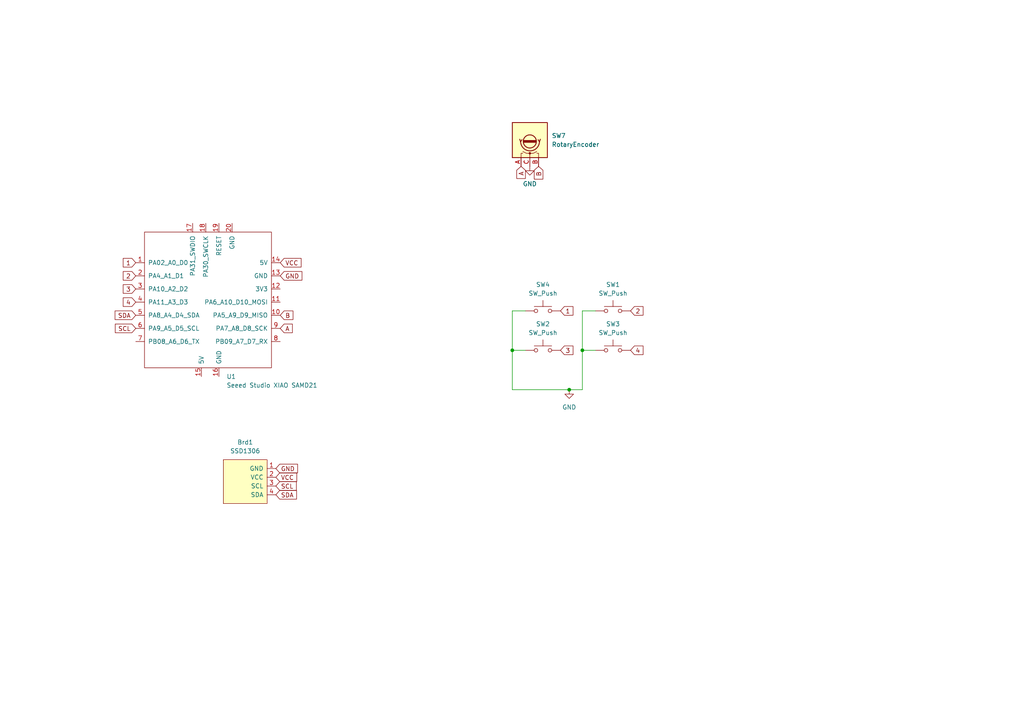
<source format=kicad_sch>
(kicad_sch (version 20231120) (generator "eeschema") (generator_version "8.0")
  (paper "A4")
  (lib_symbols
    (symbol "Device:RotaryEncoder" (pin_names (offset 0.254) hide)
      (property "Reference" "SW" (at 0 6.604 0))
      (property "Value" "RotaryEncoder" (at 0 -6.604 0))
      (symbol "RotaryEncoder_0_1"
        (rectangle (start -5.08 5.08) (end 5.08 -5.08) (stroke (width 0.254)) (fill (type background)))
        (circle (center -3.81 0) (radius 0.254) (fill (type outline)))
        (circle (center -0.381 0) (radius 1.905) (stroke (width 0.254)))
        (arc (start -0.381 2.667) (mid -3.0988 -0.0635) (end -0.381 -2.794) (stroke (width 0.254)))
        (polyline (pts (xy -0.635 -1.778) (xy -0.635 1.778)) (stroke (width 0.254)))
        (polyline (pts (xy -0.381 -1.778) (xy -0.381 1.778)) (stroke (width 0.254)))
        (polyline (pts (xy -0.127 1.778) (xy -0.127 -1.778)) (stroke (width 0.254)))
        (polyline (pts (xy -5.08 -2.54) (xy -3.81 -2.54) (xy -3.81 -2.032)))
        (polyline (pts (xy -5.08 2.54) (xy -3.81 2.54) (xy -3.81 2.032)))
        (polyline (pts (xy 0.254 -3.048) (xy -0.508 -2.794) (xy 0.127 -2.413)) (stroke (width 0.254)))
        (polyline (pts (xy 0.254 2.921) (xy -0.508 2.667) (xy 0.127 2.286)) (stroke (width 0.254)))
        (polyline (pts (xy -5.08 0) (xy -3.81 0) (xy -3.81 -1.016) (xy -3.302 -2.032)))
        (polyline (pts (xy -4.318 0) (xy -3.81 0) (xy -3.81 1.016) (xy -3.302 2.032)))
      )
      (symbol "RotaryEncoder_1_1"
        (pin passive line (at -7.62 2.54 0) (length 2.54) (name "A") (number "A"))
        (pin passive line (at -7.62 -2.54 0) (length 2.54) (name "B") (number "B"))
        (pin passive line (at -7.62 0 0) (length 2.54) (name "C") (number "C"))
      )
    )
    (symbol "SSD1306-128x64_OLED:SSD1306" (pin_names (offset 1.016))
      (property "Reference" "Brd" (at 0 -3.81 0))
      (property "Value" "SSD1306" (at 0 -1.27 0))
      (symbol "SSD1306_0_1"
        (rectangle (start -6.35 6.35) (end 6.35 -6.35) (fill (type background)))
      )
      (symbol "SSD1306_1_1"
        (pin input line (at -3.81 8.89 270) (length 2.54) (name "GND") (number "1"))
        (pin input line (at -1.27 8.89 270) (length 2.54) (name "VCC") (number "2"))
        (pin input line (at 1.27 8.89 270) (length 2.54) (name "SCL") (number "3"))
        (pin input line (at 3.81 8.89 270) (length 2.54) (name "SDA") (number "4"))
      )
    )
    (symbol "Seeed_Studio_XIAO_Series:Seeed Studio XIAO SAMD21" (pin_names (offset 1.016))
      (property "Reference" "U" (at -19.05 22.86 0))
      (property "Value" "Seeed Studio XIAO SAMD21" (at -12.7 21.59 0))
      (symbol "Seeed Studio XIAO SAMD21_0_1"
        (rectangle (start -19.05 20.32) (end 17.78 -19.05))
      )
      (symbol "Seeed Studio XIAO SAMD21_1_1"
        (pin unspecified line (at -21.59 11.43 0) (length 2.54) (name "PA02_A0_D0") (number "1"))
        (pin unspecified line (at 20.32 -3.81 180) (length 2.54) (name "PA5_A9_D9_MISO") (number "10"))
        (pin unspecified line (at 20.32 0 180) (length 2.54) (name "PA6_A10_D10_MOSI") (number "11"))
        (pin unspecified line (at 20.32 3.81 180) (length 2.54) (name "3V3") (number "12"))
        (pin unspecified line (at 20.32 7.62 180) (length 2.54) (name "GND") (number "13"))
        (pin unspecified line (at 20.32 11.43 180) (length 2.54) (name "5V") (number "14"))
        (pin input line (at -2.54 -21.59 90) (length 2.54) (name "5V") (number "15"))
        (pin input line (at 2.54 -21.59 90) (length 2.54) (name "GND") (number "16"))
        (pin input line (at -5.08 22.86 270) (length 2.54) (name "PA31_SWDIO") (number "17"))
        (pin input line (at -1.27 22.86 270) (length 2.54) (name "PA30_SWCLK") (number "18"))
        (pin input line (at 2.54 22.86 270) (length 2.54) (name "RESET") (number "19"))
        (pin unspecified line (at -21.59 7.62 0) (length 2.54) (name "PA4_A1_D1") (number "2"))
        (pin input line (at 6.35 22.86 270) (length 2.54) (name "GND") (number "20"))
        (pin unspecified line (at -21.59 3.81 0) (length 2.54) (name "PA10_A2_D2") (number "3"))
        (pin unspecified line (at -21.59 0 0) (length 2.54) (name "PA11_A3_D3") (number "4"))
        (pin unspecified line (at -21.59 -3.81 0) (length 2.54) (name "PA8_A4_D4_SDA") (number "5"))
        (pin unspecified line (at -21.59 -7.62 0) (length 2.54) (name "PA9_A5_D5_SCL") (number "6"))
        (pin unspecified line (at -21.59 -11.43 0) (length 2.54) (name "PB08_A6_D6_TX") (number "7"))
        (pin unspecified line (at 20.32 -11.43 180) (length 2.54) (name "PB09_A7_D7_RX") (number "8"))
        (pin unspecified line (at 20.32 -7.62 180) (length 2.54) (name "PA7_A8_D8_SCK") (number "9"))
      )
    )
    (symbol "Switch:SW_Push" (pin_numbers hide) (pin_names (offset 1.016) hide)
      (property "Reference" "SW" (at 1.27 2.54 0))
      (property "Value" "SW_Push" (at 0 -1.524 0))
      (symbol "SW_Push_0_1"
        (circle (center -2.032 0) (radius 0.508))
        (polyline (pts (xy 0 1.27) (xy 0 3.048)))
        (polyline (pts (xy 2.54 1.27) (xy -2.54 1.27)))
        (circle (center 2.032 0) (radius 0.508))
        (pin passive line (at -5.08 0 0) (length 2.54) (name "1") (number "1"))
        (pin passive line (at 5.08 0 180) (length 2.54) (name "2") (number "2"))
      )
    )
    (symbol "power:GND" (power) (pin_numbers hide) (pin_names (offset 0) hide)
      (property "Value" "GND" (at 0 -3.81 0))
      (symbol "GND_0_1"
        (polyline (pts (xy 0 0) (xy 0 -1.27) (xy 1.27 -1.27) (xy 0 -2.54) (xy -1.27 -1.27) (xy 0 -1.27)))
      )
      (symbol "GND_1_1"
        (pin power_in line (at 0 0 270) (length 0) (name "~") (number "1"))
      )
    )
  )
  (junction (at 148.59 101.6))
  (junction (at 168.91 101.6))
  (junction (at 165.1 113.03))
  (wire (pts (xy 172.72 90.17) (xy 168.91 90.17)))
  (wire (pts (xy 148.59 101.6) (xy 152.4 101.6)))
  (wire (pts (xy 168.91 113.03) (xy 165.1 113.03)))
  (wire (pts (xy 168.91 101.6) (xy 168.91 113.03)))
  (wire (pts (xy 148.59 113.03) (xy 165.1 113.03)))
  (wire (pts (xy 168.91 90.17) (xy 168.91 101.6)))
  (wire (pts (xy 152.4 90.17) (xy 148.59 90.17)))
  (wire (pts (xy 168.91 101.6) (xy 172.72 101.6)))
  (wire (pts (xy 148.59 90.17) (xy 148.59 101.6)))
  (wire (pts (xy 148.59 101.6) (xy 148.59 113.03)))
  (global_label "GND" (shape input) (at 80.01 135.89 0) (property "Intersheetrefs" "${INTERSHEET_REFS}" (effects (hide yes))))
  (global_label "VCC" (shape input) (at 80.01 138.43 0) (property "Intersheetrefs" "${INTERSHEET_REFS}" (effects (hide yes))))
  (global_label "3" (shape input) (at 39.37 83.82 180) (property "Intersheetrefs" "${INTERSHEET_REFS}" (effects (hide yes))))
  (global_label "A" (shape input) (at 151.13 48.26 270) (property "Intersheetrefs" "${INTERSHEET_REFS}" (effects (hide yes))))
  (global_label "3" (shape input) (at 162.56 101.6 0) (property "Intersheetrefs" "${INTERSHEET_REFS}" (effects (hide yes))))
  (global_label "4" (shape input) (at 39.37 87.63 180) (property "Intersheetrefs" "${INTERSHEET_REFS}" (effects (hide yes))))
  (global_label "SCL" (shape input) (at 39.37 95.25 180) (property "Intersheetrefs" "${INTERSHEET_REFS}" (effects (hide yes))))
  (global_label "VCC" (shape input) (at 81.28 76.2 0) (property "Intersheetrefs" "${INTERSHEET_REFS}" (effects (hide yes))))
  (global_label "4" (shape input) (at 182.88 101.6 0) (property "Intersheetrefs" "${INTERSHEET_REFS}" (effects (hide yes))))
  (global_label "1" (shape input) (at 162.56 90.17 0) (property "Intersheetrefs" "${INTERSHEET_REFS}" (effects (hide yes))))
  (global_label "A" (shape input) (at 81.28 95.25 0) (property "Intersheetrefs" "${INTERSHEET_REFS}" (effects (hide yes))))
  (global_label "SCL" (shape input) (at 80.01 140.97 0) (property "Intersheetrefs" "${INTERSHEET_REFS}" (effects (hide yes))))
  (global_label "2" (shape input) (at 182.88 90.17 0) (property "Intersheetrefs" "${INTERSHEET_REFS}" (effects (hide yes))))
  (global_label "GND" (shape input) (at 81.28 80.01 0) (property "Intersheetrefs" "${INTERSHEET_REFS}" (effects (hide yes))))
  (global_label "2" (shape input) (at 39.37 80.01 180) (property "Intersheetrefs" "${INTERSHEET_REFS}" (effects (hide yes))))
  (global_label "SDA" (shape input) (at 80.01 143.51 0) (property "Intersheetrefs" "${INTERSHEET_REFS}" (effects (hide yes))))
  (global_label "B" (shape input) (at 156.21 48.26 270) (property "Intersheetrefs" "${INTERSHEET_REFS}" (effects (hide yes))))
  (global_label "1" (shape input) (at 39.37 76.2 180) (property "Intersheetrefs" "${INTERSHEET_REFS}" (effects (hide yes))))
  (global_label "SDA" (shape input) (at 39.37 91.44 180) (property "Intersheetrefs" "${INTERSHEET_REFS}" (effects (hide yes))))
  (global_label "B" (shape input) (at 81.28 91.44 0) (property "Intersheetrefs" "${INTERSHEET_REFS}" (effects (hide yes))))
  (symbol (lib_id "Switch:SW_Push") (at 177.8 101.6 0) (unit 1)
    (property "Reference" "SW3" (at 177.8 93.98 0))
    (property "Value" "SW_Push" (at 177.8 96.52 0))
    (property "Footprint" "Button_Switch_Keyboard:SW_Cherry_MX_1.00u_PCB" (effects (hide yes)))
    (property "Description" "Push button switch, generic, two pins" (effects (hide yes)))
  )
  (symbol (lib_id "Switch:SW_Push") (at 157.48 101.6 0) (unit 1)
    (property "Reference" "SW2" (at 157.48 93.98 0))
    (property "Value" "SW_Push" (at 157.48 96.52 0))
    (property "Footprint" "Button_Switch_Keyboard:SW_Cherry_MX_1.00u_PCB" (effects (hide yes)))
    (property "Description" "Push button switch, generic, two pins" (effects (hide yes)))
  )
  (symbol (lib_id "power:GND") (at 153.67 48.26 0) (unit 1)
    (property "Reference" "#PWR02" (effects (hide yes)))
    (property "Value" "GND" (at 153.67 53.34 0))
    (property "Description" "Power symbol creates a global label with name \"GND\" , ground" (effects (hide yes)))
  )
  (symbol (lib_id "Switch:SW_Push") (at 157.48 90.17 0) (unit 1)
    (property "Reference" "SW4" (at 157.48 82.55 0))
    (property "Value" "SW_Push" (at 157.48 85.09 0))
    (property "Footprint" "Button_Switch_Keyboard:SW_Cherry_MX_1.00u_PCB" (effects (hide yes)))
    (property "Description" "Push button switch, generic, two pins" (effects (hide yes)))
  )
  (symbol (lib_id "Switch:SW_Push") (at 177.8 90.17 0) (unit 1)
    (property "Reference" "SW1" (at 177.8 82.55 0))
    (property "Value" "SW_Push" (at 177.8 85.09 0))
    (property "Footprint" "Button_Switch_Keyboard:SW_Cherry_MX_1.00u_PCB" (effects (hide yes)))
    (property "Description" "Push button switch, generic, two pins" (effects (hide yes)))
  )
  (symbol (lib_id "SSD1306-128x64_OLED:SSD1306") (at 71.12 139.7 270) (unit 1)
    (property "Reference" "Brd1" (at 71.12 128.27 90))
    (property "Value" "SSD1306" (at 71.12 130.81 90))
    (property "Footprint" "SSD1306:128x64OLED" (effects (hide yes)))
  )
  (symbol (lib_id "power:GND") (at 165.1 113.03 0) (unit 1)
    (property "Reference" "#PWR01" (effects (hide yes)))
    (property "Value" "GND" (at 165.1 118.11 0))
    (property "Description" "Power symbol creates a global label with name \"GND\" , ground" (effects (hide yes)))
  )
  (symbol (lib_id "Seeed_Studio_XIAO_Series:Seeed Studio XIAO SAMD21") (at 60.96 87.63 0) (unit 1)
    (property "Reference" "U1" (at 65.6941 109.22 0) (effects (justify left)))
    (property "Value" "Seeed Studio XIAO SAMD21" (at 65.6941 111.76 0) (effects (justify left)))
    (property "Footprint" "Seeed Studio XIAO Series Library:XIAO-Generic-Thruhole-14P-2.54-21X17.8MM" (effects (hide yes)))
  )
  (symbol (lib_id "Device:RotaryEncoder") (at 153.67 40.64 90) (unit 1)
    (property "Reference" "SW7" (at 160.02 39.3699 90) (effects (justify right)))
    (property "Value" "RotaryEncoder" (at 160.02 41.9099 90) (effects (justify right)))
    (property "Footprint" "Rotary_Encoder:RotaryEncoder_Alps_EC11E-Switch_Vertical_H20mm" (effects (hide yes)))
    (property "Description" "Rotary encoder, dual channel, incremental quadrate outputs" (effects (hide yes)))
  )
)
</source>
